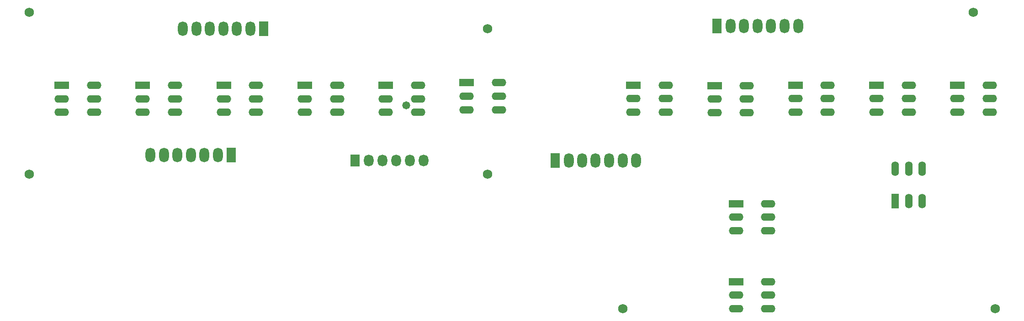
<source format=gbs>
%FSTAX23Y23*%
%MOIN*%
%SFA1B1*%

%IPPOS*%
%ADD12O,0.106420X0.055240*%
%ADD13R,0.106420X0.055240*%
%ADD14O,0.055240X0.106420*%
%ADD15R,0.055240X0.106420*%
%ADD16R,0.070990X0.106420*%
%ADD17O,0.070990X0.106420*%
%ADD18O,0.070990X0.086740*%
%ADD19R,0.070990X0.086740*%
%ADD20C,0.068000*%
%ADD21C,0.058000*%
%LNbutton_pad-1*%
%LPD*%
G54D12*
X06574Y00767D03*
Y00866D03*
Y00964D03*
X06338Y00767D03*
Y00866D03*
X06574Y00196D03*
Y00295D03*
Y00393D03*
X06338Y00196D03*
Y00295D03*
X08188Y01633D03*
Y01732D03*
Y0183D03*
X07952Y01633D03*
Y01732D03*
X07598Y01633D03*
Y01732D03*
Y0183D03*
X07362Y01633D03*
Y01732D03*
X07007Y01633D03*
Y01732D03*
Y0183D03*
X06771Y01633D03*
Y01732D03*
X06417Y01629D03*
Y01728D03*
Y01826D03*
X06181Y01629D03*
Y01728D03*
X05826Y01633D03*
Y01732D03*
Y0183D03*
X0559Y01633D03*
Y01732D03*
X01656Y01632D03*
Y0173D03*
Y01829D03*
X0142Y01632D03*
Y0173D03*
X02247Y01632D03*
Y0173D03*
Y01829D03*
X0201Y01632D03*
Y0173D03*
X02837Y01632D03*
Y0173D03*
Y01829D03*
X02601Y01632D03*
Y0173D03*
X03428Y01632D03*
Y0173D03*
Y01829D03*
X03191Y01632D03*
Y0173D03*
X04018Y01632D03*
Y0173D03*
Y01829D03*
X03782Y01632D03*
Y0173D03*
X04609Y01651D03*
Y0175D03*
Y01848D03*
X04373Y01651D03*
Y0175D03*
G54D13*
X06338Y00964D03*
Y00393D03*
X07952Y0183D03*
X07362D03*
X06771D03*
X06181Y01826D03*
X0559Y0183D03*
X0142Y01829D03*
X0201D03*
X02601D03*
X03191D03*
X03782D03*
X04373Y01848D03*
G54D14*
X07696Y0122D03*
X07598D03*
X075D03*
X07696Y00984D03*
X07598D03*
G54D15*
X075Y00984D03*
G54D16*
X05019Y01279D03*
X062Y02263D03*
X02657Y01318D03*
X02893Y02244D03*
G54D17*
X05118Y01279D03*
X05216D03*
X05314D03*
X05413D03*
X05511D03*
X0561D03*
X06299Y02263D03*
X06397D03*
X06496D03*
X06594D03*
X06692D03*
X06791D03*
X02559Y01318D03*
X0246D03*
X02362D03*
X02263D03*
X02165D03*
X02066D03*
X02795Y02244D03*
X02696D03*
X02598D03*
X025D03*
X02401D03*
X02303D03*
G54D18*
X04058Y01279D03*
X03958D03*
X03858D03*
X03758D03*
X03658D03*
G54D19*
X03558Y01279D03*
G54D20*
X01181Y01181D03*
X04527D03*
Y02244D03*
X01181Y02362D03*
X0807D03*
X08228Y00196D03*
X05511D03*
G54D21*
X03933Y01682D03*
M02*
</source>
